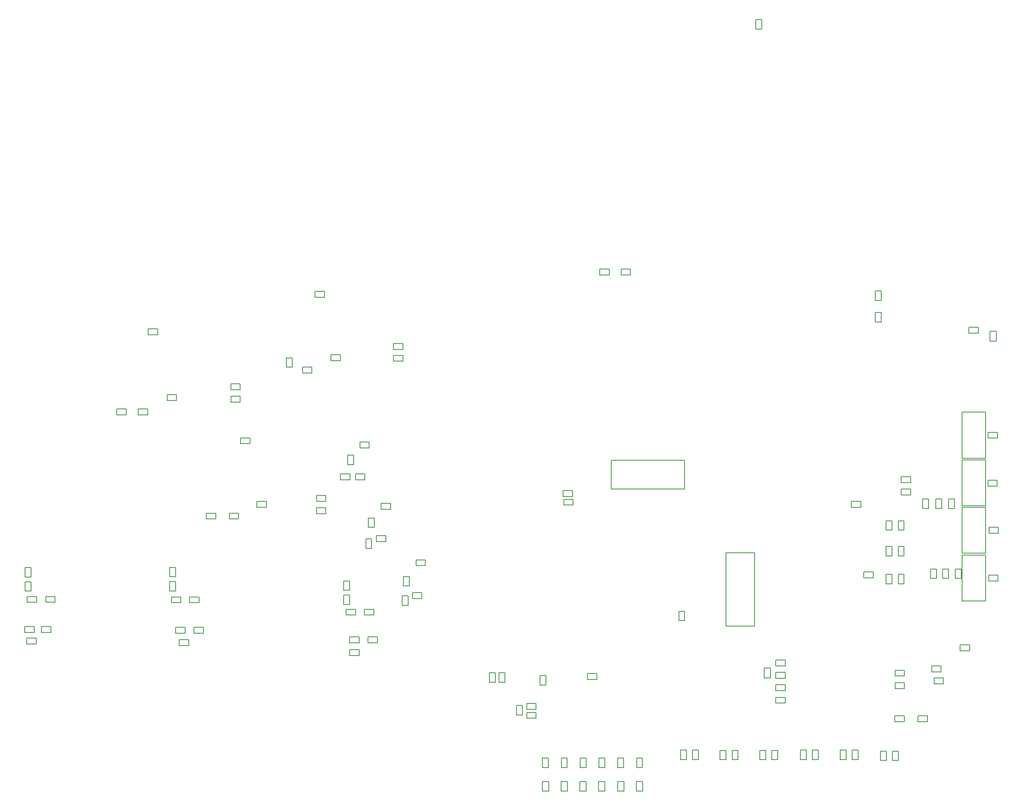
<source format=gbr>
%TF.GenerationSoftware,Altium Limited,Altium Designer,21.6.4 (81)*%
G04 Layer_Color=32896*
%FSLAX43Y43*%
%MOMM*%
%TF.SameCoordinates,76D5CAF9-2094-4FD7-9A7B-915B2AFADFAF*%
%TF.FilePolarity,Positive*%
%TF.FileFunction,Other,Mechanical_12*%
%TF.Part,Single*%
G01*
G75*
%TA.AperFunction,NonConductor*%
%ADD115C,0.200*%
%ADD116C,0.150*%
D115*
X179018Y73052D02*
X194618D01*
Y66952D02*
Y73052D01*
X179018Y66952D02*
X194618D01*
X179018D02*
Y73052D01*
X203402Y53446D02*
X209502D01*
X203402Y37847D02*
Y53446D01*
Y37847D02*
X209502D01*
Y53446D01*
X259525Y100518D02*
X260875D01*
X259525Y98418D02*
Y100518D01*
Y98418D02*
X260875D01*
Y100518D01*
X211550Y26825D02*
X212900D01*
Y28925D01*
X211550D02*
X212900D01*
X211550Y26825D02*
Y28925D01*
X253626Y73509D02*
Y83289D01*
Y73509D02*
X258586D01*
Y83289D01*
X253626D02*
X258586D01*
X253616Y63384D02*
Y73164D01*
Y63384D02*
X258576D01*
Y73164D01*
X253616D02*
X258576D01*
X253626Y43169D02*
Y52949D01*
Y43169D02*
X258586D01*
Y52949D01*
X253626D02*
X258586D01*
X253626Y53319D02*
Y63099D01*
Y53319D02*
X258586D01*
Y63099D01*
X253626D02*
X258586D01*
X169696Y2771D02*
Y4871D01*
X168346Y2771D02*
X169696D01*
X168346D02*
Y4871D01*
X169696D01*
X173696Y2771D02*
Y4871D01*
X172346Y2771D02*
X173696D01*
X172346D02*
Y4871D01*
X173696D01*
X164346D02*
X165696D01*
X164346Y2771D02*
Y4871D01*
Y2771D02*
X165696D01*
Y4871D01*
X176346D02*
X177696D01*
X176346Y2771D02*
Y4871D01*
Y2771D02*
X177696D01*
Y4871D01*
X180346D02*
X181696D01*
X180346Y2771D02*
Y4871D01*
Y2771D02*
X181696D01*
Y4871D01*
X184346D02*
X185696D01*
X184346Y2771D02*
Y4871D01*
Y2771D02*
X185696D01*
Y4871D01*
D116*
X116052Y108956D02*
X118052D01*
X116052Y107706D02*
Y108956D01*
Y107706D02*
X118052D01*
Y108956D01*
X193375Y39000D02*
Y41000D01*
Y39000D02*
X194625D01*
Y41000D01*
X193375D02*
X194625D01*
X230100Y63075D02*
Y64325D01*
X232100D01*
Y63075D02*
Y64325D01*
X230100Y63075D02*
X232100D01*
X259072Y67569D02*
X261072D01*
Y68819D01*
X259072D02*
X261072D01*
X259072Y67569D02*
Y68819D01*
X238780Y11300D02*
X240030D01*
Y9300D02*
Y11300D01*
X238780Y9300D02*
X240030D01*
X238780D02*
Y11300D01*
X236240Y11301D02*
X237490D01*
Y9301D02*
Y11301D01*
X236240Y9301D02*
X237490D01*
X236240D02*
Y11301D01*
X129074Y55825D02*
Y57075D01*
X131074D01*
Y55825D02*
Y57075D01*
X129074Y55825D02*
X131074D01*
X126831Y56378D02*
X128081D01*
Y54378D02*
Y56378D01*
X126831Y54378D02*
X128081D01*
X126831D02*
Y56378D01*
X127400Y60825D02*
X128650D01*
Y58825D02*
Y60825D01*
X127400Y58825D02*
X128650D01*
X127400D02*
Y60825D01*
X132075Y62675D02*
Y63925D01*
X130075Y62675D02*
X132075D01*
X130075D02*
Y63925D01*
X132075D01*
X163028Y18268D02*
Y19518D01*
X161028Y18268D02*
X163028D01*
X161028D02*
Y19518D01*
X163028D01*
X161028Y20145D02*
Y21395D01*
X163028D01*
Y20145D02*
Y21395D01*
X161028Y20145D02*
X163028D01*
X158900Y20970D02*
X160150D01*
Y18970D02*
Y20970D01*
X158900Y18970D02*
X160150D01*
X158900D02*
Y20970D01*
X153125Y25913D02*
X154375D01*
X153125D02*
Y27913D01*
X154375D01*
Y25913D02*
Y27913D01*
X165125Y25317D02*
Y27317D01*
X163875D02*
X165125D01*
X163875Y25317D02*
Y27317D01*
Y25317D02*
X165125D01*
X155125Y27938D02*
X156375D01*
Y25938D02*
Y27938D01*
X155125Y25938D02*
X156375D01*
X155125D02*
Y27938D01*
X173975Y27794D02*
X175975D01*
X173975Y26544D02*
Y27794D01*
Y26544D02*
X175975D01*
Y27794D01*
X123398Y31618D02*
Y32868D01*
X125398D01*
Y31618D02*
Y32868D01*
X123398Y31618D02*
X125398D01*
X87149Y33700D02*
Y34950D01*
X89149D01*
Y33700D02*
Y34950D01*
X87149Y33700D02*
X89149D01*
X54725Y34050D02*
Y35300D01*
X56725D01*
Y34050D02*
Y35300D01*
X54725Y34050D02*
X56725D01*
X168796Y65350D02*
X170796D01*
Y66600D01*
X168796D02*
X170796D01*
X168796Y65350D02*
Y66600D01*
X168903Y63550D02*
X170903D01*
Y64800D01*
X168903D02*
X170903D01*
X168903Y63550D02*
Y64800D01*
X257050Y100097D02*
Y101347D01*
X255050Y100097D02*
X257050D01*
X255050D02*
Y101347D01*
X257050D01*
X193777Y9500D02*
Y11500D01*
Y9500D02*
X195027D01*
Y11500D01*
X193777D02*
X195027D01*
X196317Y9500D02*
Y11500D01*
Y9500D02*
X197567D01*
Y11500D01*
X196317D02*
X197567D01*
X210628Y9479D02*
Y11479D01*
Y9479D02*
X211878D01*
Y11479D01*
X210628D02*
X211878D01*
X213168Y9479D02*
Y11479D01*
Y9479D02*
X214418D01*
Y11479D01*
X213168D02*
X214418D01*
X202120Y9470D02*
Y11470D01*
Y9470D02*
X203370D01*
Y11470D01*
X202120D02*
X203370D01*
X204720Y9470D02*
Y11470D01*
Y9470D02*
X205970D01*
Y11470D01*
X204720D02*
X205970D01*
X219210Y9500D02*
Y11500D01*
Y9500D02*
X220460D01*
Y11500D01*
X219210D02*
X220460D01*
X221750Y9500D02*
Y11500D01*
Y9500D02*
X223000D01*
Y11500D01*
X221750D02*
X223000D01*
X227685Y9500D02*
Y11500D01*
Y9500D02*
X228935D01*
Y11500D01*
X227685D02*
X228935D01*
X230225Y9500D02*
Y11500D01*
Y9500D02*
X231475D01*
Y11500D01*
X230225D02*
X231475D01*
X261106Y77774D02*
Y79024D01*
X259106Y77774D02*
X261106D01*
X259106D02*
Y79024D01*
X261106D01*
X259325Y57559D02*
Y58809D01*
X261325D01*
Y57559D02*
Y58809D01*
X259325Y57559D02*
X261325D01*
X261247Y47459D02*
Y48709D01*
X259247Y47459D02*
X261247D01*
X259247D02*
Y48709D01*
X261247D01*
X237459Y46824D02*
X238709D01*
X237459D02*
Y48824D01*
X238709D01*
Y46824D02*
Y48824D01*
X237459Y54768D02*
X238709D01*
Y52768D02*
Y54768D01*
X237459Y52768D02*
X238709D01*
X237459D02*
Y54768D01*
X240017Y48822D02*
X241267D01*
Y46822D02*
Y48822D01*
X240017Y46822D02*
X241267D01*
X240017D02*
Y48822D01*
X246896Y47998D02*
X248146D01*
X246896D02*
Y49998D01*
X248146D01*
Y47998D02*
Y49998D01*
X134697Y94132D02*
Y95382D01*
X132697Y94132D02*
X134697D01*
X132697D02*
Y95382D01*
X134697D01*
X119431Y94226D02*
Y95476D01*
X121431D01*
Y94226D02*
Y95476D01*
X119431Y94226D02*
X121431D01*
X134697Y96597D02*
Y97847D01*
X132697Y96597D02*
X134697D01*
X132697D02*
Y97847D01*
X134697D01*
X109956Y94867D02*
X111206D01*
Y92867D02*
Y94867D01*
X109956Y92867D02*
X111206D01*
X109956D02*
Y94867D01*
X113380Y91649D02*
Y92899D01*
X115380D01*
Y91649D02*
Y92899D01*
X113380Y91649D02*
X115380D01*
X97781Y60595D02*
Y61845D01*
X99781D01*
Y60595D02*
Y61845D01*
X97781Y60595D02*
X99781D01*
X103681Y63095D02*
Y64345D01*
X105681D01*
Y63095D02*
Y64345D01*
X103681Y63095D02*
X105681D01*
X118336Y61738D02*
Y62988D01*
X116336Y61738D02*
X118336D01*
X116336D02*
Y62988D01*
X118336D01*
Y64338D02*
Y65588D01*
X116336Y64338D02*
X118336D01*
X116336D02*
Y65588D01*
X118336D01*
X102215Y76590D02*
Y77840D01*
X100215Y76590D02*
X102215D01*
X100215D02*
Y77840D01*
X102215D01*
X92946Y60595D02*
Y61845D01*
X94946D01*
Y60595D02*
Y61845D01*
X92946Y60595D02*
X94946D01*
X80564Y101013D02*
X82564D01*
X80564Y99763D02*
Y101013D01*
Y99763D02*
X82564D01*
Y101013D01*
X73864Y82763D02*
X75864D01*
Y84013D01*
X73864D02*
X75864D01*
X73864Y82763D02*
Y84013D01*
X78464Y82763D02*
X80464D01*
Y84013D01*
X78464D02*
X80464D01*
X78464Y82763D02*
Y84013D01*
X84587Y85763D02*
X86587D01*
Y87013D01*
X84587D02*
X86587D01*
X84587Y85763D02*
Y87013D01*
X98132Y89344D02*
X100132D01*
X98132Y88094D02*
Y89344D01*
Y88094D02*
X100132D01*
Y89344D01*
X98132Y86674D02*
X100132D01*
X98132Y85424D02*
Y86674D01*
Y85424D02*
X100132D01*
Y86674D01*
X240656Y68359D02*
X242656D01*
Y69609D01*
X240656D02*
X242656D01*
X240656Y68359D02*
Y69609D01*
X241267Y58218D02*
Y60218D01*
X240017D02*
X241267D01*
X240017Y58218D02*
Y60218D01*
Y58218D02*
X241267D01*
X245262Y62841D02*
Y64841D01*
Y62841D02*
X246512D01*
Y64841D01*
X245262D02*
X246512D01*
X232723Y48105D02*
X234723D01*
Y49355D01*
X232723D02*
X234723D01*
X232723Y48105D02*
Y49355D01*
X250688Y47999D02*
Y49999D01*
X249438D02*
X250688D01*
X249438Y47999D02*
Y49999D01*
Y47999D02*
X250688D01*
X241267Y52768D02*
Y54768D01*
X240017D02*
X241267D01*
X240017Y52768D02*
Y54768D01*
Y52768D02*
X241267D01*
X252145Y47999D02*
Y49999D01*
Y47999D02*
X253395D01*
Y49999D01*
X252145D02*
X253395D01*
X240657Y66959D02*
X242657D01*
X240657Y65709D02*
Y66959D01*
Y65709D02*
X242657D01*
Y66959D01*
X237446Y58218D02*
Y60218D01*
Y58218D02*
X238696D01*
Y60218D01*
X237446D02*
X238696D01*
X251996Y62840D02*
Y64840D01*
X250746D02*
X251996D01*
X250746Y62840D02*
Y64840D01*
Y62840D02*
X251996D01*
X248021D02*
Y64840D01*
Y62840D02*
X249271D01*
Y64840D01*
X248021D02*
X249271D01*
X236403Y107046D02*
Y109046D01*
X235153D02*
X236403D01*
X235153Y107046D02*
Y109046D01*
Y107046D02*
X236403D01*
X236420Y102471D02*
Y104471D01*
X235170D02*
X236420D01*
X235170Y102471D02*
Y104471D01*
Y102471D02*
X236420D01*
X176577Y112441D02*
X178577D01*
Y113691D01*
X176577D02*
X178577D01*
X176577Y112441D02*
Y113691D01*
X181102Y112441D02*
X183102D01*
Y113691D01*
X181102D02*
X183102D01*
X181102Y112441D02*
Y113691D01*
X209750Y164700D02*
Y166700D01*
Y164700D02*
X211000D01*
Y166700D01*
X209750D02*
X211000D01*
X122972Y72175D02*
Y74175D01*
Y72175D02*
X124222D01*
Y74175D01*
X122972D02*
X124222D01*
X134825Y46375D02*
Y48375D01*
Y46375D02*
X136075D01*
Y48375D01*
X134825D02*
X136075D01*
X137500Y51950D02*
X139500D01*
X137500Y50700D02*
Y51950D01*
Y50700D02*
X139500D01*
Y51950D01*
X121450Y68950D02*
X123450D01*
Y70200D01*
X121450D02*
X123450D01*
X121450Y68950D02*
Y70200D01*
X125572Y76950D02*
X127572D01*
X125572Y75700D02*
Y76950D01*
Y75700D02*
X127572D01*
Y76950D01*
X124622Y68950D02*
X126622D01*
Y70200D01*
X124622D02*
X126622D01*
X124622Y68950D02*
Y70200D01*
X134582Y42278D02*
Y44278D01*
Y42278D02*
X135832D01*
Y44278D01*
X134582D02*
X135832D01*
X136723Y43700D02*
X138723D01*
Y44950D01*
X136723D02*
X138723D01*
X136723Y43700D02*
Y44950D01*
X165646Y7821D02*
Y9821D01*
X164396D02*
X165646D01*
X164396Y7821D02*
Y9821D01*
Y7821D02*
X165646D01*
X173646D02*
Y9821D01*
X172396D02*
X173646D01*
X172396Y7821D02*
Y9821D01*
Y7821D02*
X173646D01*
X177646D02*
Y9821D01*
X176396D02*
X177646D01*
X176396Y7821D02*
Y9821D01*
Y7821D02*
X177646D01*
X181646D02*
Y9821D01*
X180396D02*
X181646D01*
X180396Y7821D02*
Y9821D01*
Y7821D02*
X181646D01*
X169646D02*
Y9821D01*
X168396D02*
X169646D01*
X168396Y7821D02*
Y9821D01*
Y7821D02*
X169646D01*
X184396D02*
X185646D01*
X184396D02*
Y9821D01*
X185646D01*
Y7821D02*
Y9821D01*
X59874Y36525D02*
Y37775D01*
X57874Y36525D02*
X59874D01*
X57874D02*
Y37775D01*
X59874D01*
X85523Y42815D02*
X87523D01*
Y44065D01*
X85523D02*
X87523D01*
X85523Y42815D02*
Y44065D01*
X89364Y44065D02*
X91364D01*
X89364Y42815D02*
Y44065D01*
Y42815D02*
X91364D01*
Y44065D01*
X85098Y48314D02*
Y50314D01*
Y48314D02*
X86348D01*
Y50314D01*
X85098D02*
X86348D01*
X54807Y42900D02*
X56807D01*
Y44150D01*
X54807D02*
X56807D01*
X54807Y42900D02*
Y44150D01*
X54381Y48269D02*
Y50269D01*
Y48269D02*
X55631D01*
Y50269D01*
X54381D02*
X55631D01*
X122643Y40196D02*
X124643D01*
Y41446D01*
X122643D02*
X124643D01*
X122643Y40196D02*
Y41446D01*
X122097Y42446D02*
Y44446D01*
Y42446D02*
X123347D01*
Y44446D01*
X122097D02*
X123347D01*
X122097Y45445D02*
Y47445D01*
Y45445D02*
X123347D01*
Y47445D01*
X122097D02*
X123347D01*
X126523Y41446D02*
X128523D01*
X126523Y40196D02*
Y41446D01*
Y40196D02*
X128523D01*
Y41446D01*
X58751Y44150D02*
X60751D01*
X58751Y42900D02*
Y44150D01*
Y42900D02*
X60751D01*
Y44150D01*
X54382Y45275D02*
Y47275D01*
Y45275D02*
X55632D01*
Y47275D01*
X54382D02*
X55632D01*
X85098Y45314D02*
Y47314D01*
Y45314D02*
X86348D01*
Y47314D01*
X85098D02*
X86348D01*
X123400Y35550D02*
X125400D01*
X123400Y34300D02*
Y35550D01*
Y34300D02*
X125400D01*
Y35550D01*
X127275Y35550D02*
X129275D01*
X127275Y34300D02*
Y35550D01*
Y34300D02*
X129275D01*
Y35550D01*
X86425Y37575D02*
X88425D01*
X86425Y36325D02*
Y37575D01*
Y36325D02*
X88425D01*
Y37575D01*
X90300Y37575D02*
X92300D01*
X90300Y36325D02*
Y37575D01*
Y36325D02*
X92300D01*
Y37575D01*
X56305Y36525D02*
Y37775D01*
X54305Y36525D02*
X56305D01*
X54305D02*
Y37775D01*
X56305D01*
X214000Y30650D02*
X216000D01*
X214000Y29400D02*
Y30650D01*
Y29400D02*
X216000D01*
Y30650D01*
X214000Y26750D02*
X216000D01*
Y28000D01*
X214000D02*
X216000D01*
X214000Y26750D02*
Y28000D01*
Y24175D02*
X216000D01*
Y25425D01*
X214000D02*
X216000D01*
X214000Y24175D02*
Y25425D01*
Y22725D02*
X216000D01*
X214000Y21475D02*
Y22725D01*
Y21475D02*
X216000D01*
Y22725D01*
X253180Y33885D02*
X255180D01*
X253180Y32635D02*
Y33885D01*
Y32635D02*
X255180D01*
Y33885D01*
X244200Y17546D02*
X246200D01*
Y18796D01*
X244200D02*
X246200D01*
X244200Y17546D02*
Y18796D01*
X239305D02*
X241305D01*
X239305Y17546D02*
Y18796D01*
Y17546D02*
X241305D01*
Y18796D01*
X239350Y28495D02*
X241350D01*
X239350Y27245D02*
Y28495D01*
Y27245D02*
X241350D01*
Y28495D01*
X239346Y25795D02*
X241346D01*
X239346Y24545D02*
Y25795D01*
Y24545D02*
X241346D01*
Y25795D01*
X247140Y29369D02*
X249140D01*
X247140Y28119D02*
Y29369D01*
Y28119D02*
X249140D01*
Y29369D01*
X247640Y26835D02*
X249640D01*
X247640Y25585D02*
Y26835D01*
Y25585D02*
X249640D01*
Y26835D01*
%TF.MD5,bfba438e582f127c123227c2d55bd356*%
M02*

</source>
